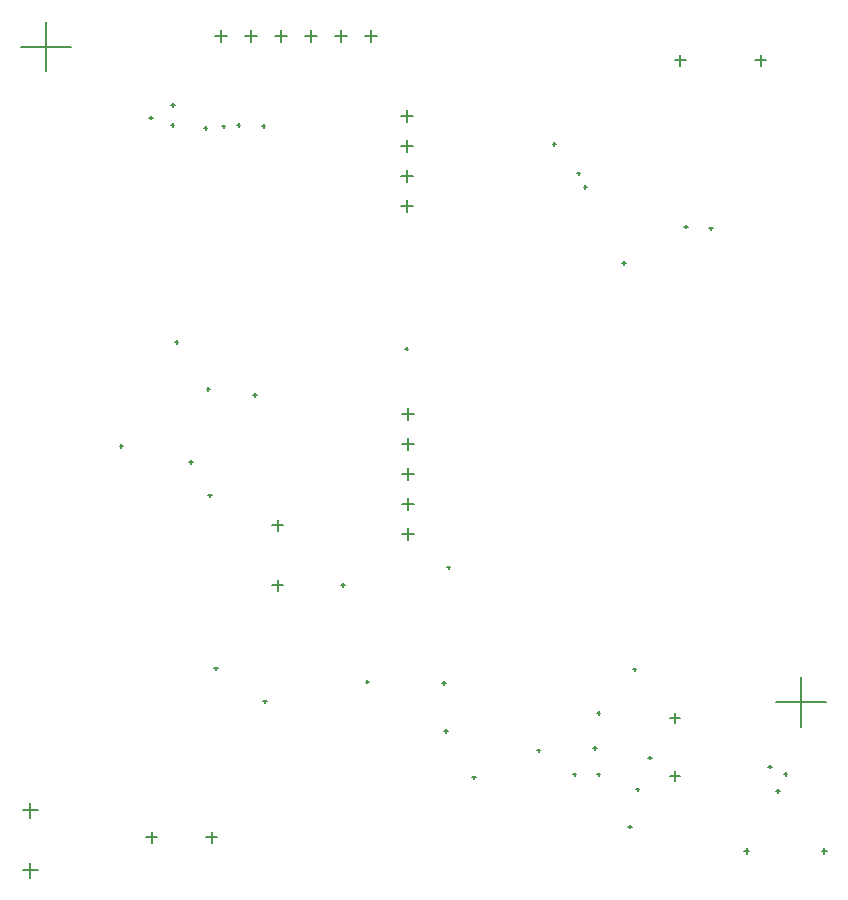
<source format=gbr>
%TF.GenerationSoftware,Altium Limited,Altium Designer,21.3.2 (30)*%
G04 Layer_Color=128*
%FSLAX24Y24*%
%MOIN*%
%TF.SameCoordinates,A906CF50-EBD2-4515-BF13-6977FA7C699A*%
%TF.FilePolarity,Positive*%
%TF.FileFunction,Drillmap*%
%TF.Part,Single*%
G01*
G75*
%TA.AperFunction,NonConductor*%
%ADD68C,0.0050*%
D68*
X35973Y31300D02*
X37627D01*
X36800Y30473D02*
Y32127D01*
X32443Y30779D02*
X32757D01*
X32600Y30622D02*
Y30937D01*
X32443Y28850D02*
X32757D01*
X32600Y28693D02*
Y29007D01*
X10793Y53160D02*
X12447D01*
X11620Y52333D02*
Y53987D01*
X22249Y53500D02*
X22651D01*
X22450Y53299D02*
Y53701D01*
X21249Y53500D02*
X21651D01*
X21450Y53299D02*
Y53701D01*
X20249Y53500D02*
X20651D01*
X20450Y53299D02*
Y53701D01*
X19249Y53500D02*
X19651D01*
X19450Y53299D02*
Y53701D01*
X18249Y53500D02*
X18651D01*
X18450Y53299D02*
Y53701D01*
X17249Y53500D02*
X17651D01*
X17450Y53299D02*
Y53701D01*
X32586Y52700D02*
X32960D01*
X32773Y52513D02*
Y52887D01*
X35263Y52700D02*
X35637D01*
X35450Y52513D02*
Y52887D01*
X34880Y26350D02*
X35077D01*
X34978Y26252D02*
Y26448D01*
X37478Y26350D02*
X37675D01*
X37577Y26252D02*
Y26448D01*
X19173Y35200D02*
X19527D01*
X19350Y35023D02*
Y35377D01*
X19173Y37200D02*
X19527D01*
X19350Y37023D02*
Y37377D01*
X10850Y25700D02*
X11350D01*
X11100Y25450D02*
Y25950D01*
X10850Y27700D02*
X11350D01*
X11100Y27450D02*
Y27950D01*
X16973Y26800D02*
X17327D01*
X17150Y26623D02*
Y26977D01*
X14973Y26800D02*
X15327D01*
X15150Y26623D02*
Y26977D01*
X23449Y47850D02*
X23851D01*
X23650Y47649D02*
Y48051D01*
X23449Y48850D02*
X23851D01*
X23650Y48649D02*
Y49051D01*
X23449Y49850D02*
X23851D01*
X23650Y49649D02*
Y50051D01*
X23449Y50850D02*
X23851D01*
X23650Y50649D02*
Y51051D01*
X23499Y36900D02*
X23901D01*
X23700Y36699D02*
Y37101D01*
X23499Y37900D02*
X23901D01*
X23700Y37699D02*
Y38101D01*
X23499Y38900D02*
X23901D01*
X23700Y38699D02*
Y39101D01*
X23499Y39900D02*
X23901D01*
X23700Y39699D02*
Y40101D01*
X23499Y40900D02*
X23901D01*
X23700Y40699D02*
Y41101D01*
X15790Y50550D02*
X15910D01*
X15850Y50490D02*
Y50610D01*
X15796Y51220D02*
X15916D01*
X15856Y51160D02*
Y51280D01*
X14080Y39840D02*
X14200D01*
X14140Y39780D02*
Y39900D01*
X29860Y29770D02*
X29980D01*
X29920Y29710D02*
Y29830D01*
X31290Y28400D02*
X31410D01*
X31350Y28340D02*
Y28460D01*
X31710Y29460D02*
X31830D01*
X31770Y29400D02*
Y29520D01*
X31190Y32400D02*
X31310D01*
X31250Y32340D02*
Y32460D01*
X29990Y30950D02*
X30110D01*
X30050Y30890D02*
Y31010D01*
X29990Y28900D02*
X30110D01*
X30050Y28840D02*
Y28960D01*
X27990Y29700D02*
X28110D01*
X28050Y29640D02*
Y29760D01*
X29190Y28900D02*
X29310D01*
X29250Y28840D02*
Y28960D01*
X31030Y27160D02*
X31150D01*
X31090Y27100D02*
Y27220D01*
X24990Y35800D02*
X25110D01*
X25050Y35740D02*
Y35860D01*
X24896Y30344D02*
X25016D01*
X24956Y30284D02*
Y30404D01*
X24840Y31950D02*
X24960D01*
X24900Y31890D02*
Y32010D01*
X16980Y41750D02*
X17100D01*
X17040Y41690D02*
Y41810D01*
X18540Y41540D02*
X18660D01*
X18600Y41480D02*
Y41600D01*
X17040Y38200D02*
X17160D01*
X17100Y38140D02*
Y38260D01*
X30840Y45950D02*
X30960D01*
X30900Y45890D02*
Y46010D01*
X33740Y47100D02*
X33860D01*
X33800Y47040D02*
Y47160D01*
X28517Y49903D02*
X28637D01*
X28577Y49843D02*
Y49963D01*
X17990Y50550D02*
X18110D01*
X18050Y50490D02*
Y50610D01*
X17490Y50500D02*
X17610D01*
X17550Y50440D02*
Y50560D01*
X16890Y50450D02*
X17010D01*
X16950Y50390D02*
Y50510D01*
X29320Y48930D02*
X29440D01*
X29380Y48870D02*
Y48990D01*
X23590Y43090D02*
X23710D01*
X23650Y43030D02*
Y43150D01*
X35706Y29154D02*
X35826D01*
X35766Y29094D02*
Y29214D01*
X22280Y31990D02*
X22400D01*
X22340Y31930D02*
Y32050D01*
X17240Y32430D02*
X17360D01*
X17300Y32370D02*
Y32490D01*
X18820Y50520D02*
X18940D01*
X18880Y50460D02*
Y50580D01*
X15920Y43310D02*
X16040D01*
X15980Y43250D02*
Y43370D01*
X25834Y28800D02*
X25954D01*
X25894Y28740D02*
Y28860D01*
X36218Y28910D02*
X36338D01*
X36278Y28850D02*
Y28970D01*
X29550Y48480D02*
X29670D01*
X29610Y48420D02*
Y48540D01*
X32902Y47160D02*
X33022D01*
X32962Y47100D02*
Y47220D01*
X15076Y50787D02*
X15196D01*
X15136Y50727D02*
Y50847D01*
X35962Y28350D02*
X36082D01*
X36022Y28290D02*
Y28410D01*
X21470Y35210D02*
X21590D01*
X21530Y35150D02*
Y35270D01*
X18870Y31330D02*
X18990D01*
X18930Y31270D02*
Y31390D01*
X16400Y39320D02*
X16520D01*
X16460Y39260D02*
Y39380D01*
%TF.MD5,0ee06af75fd9e1bf72462980825333e2*%
M02*

</source>
